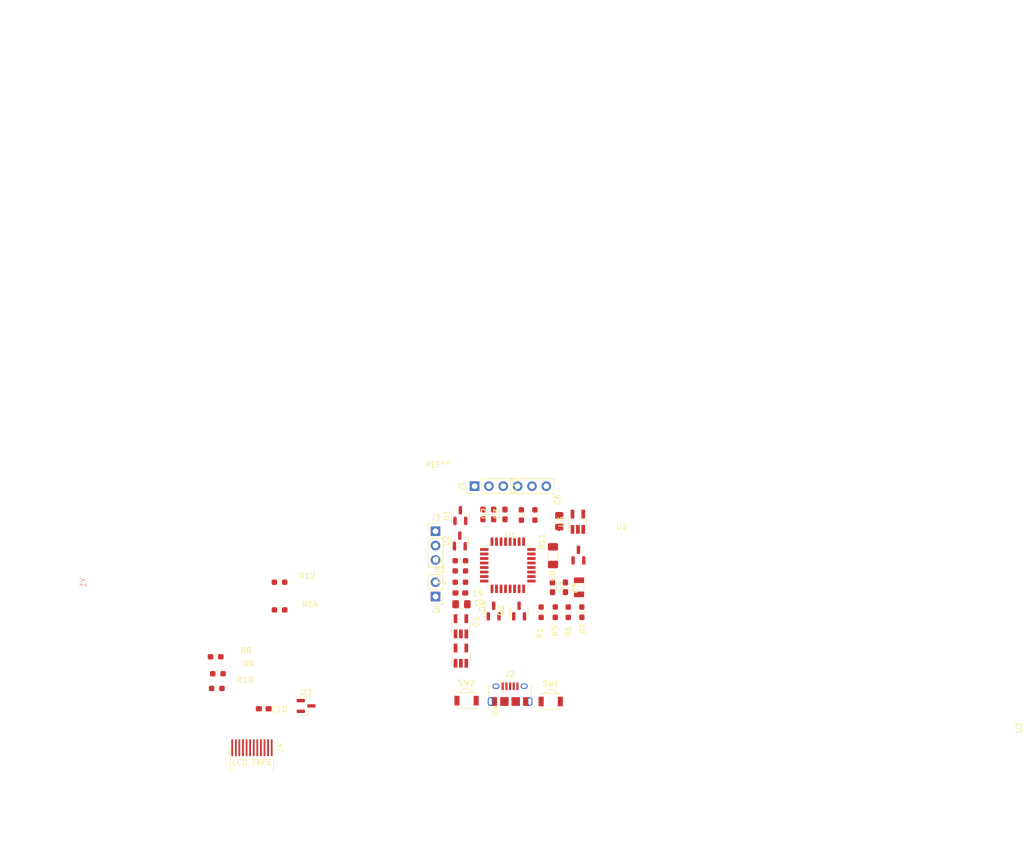
<source format=kicad_pcb>
(kicad_pcb (version 20211014) (generator pcbnew)
  (layers (0 "F.Cu" signal) (31 "B.Cu" signal) (34 "B.Paste" user) (35 "F.Paste" user) (36 "B.SilkS" user "B.Silkscreen") (37 "F.SilkS" user "F.Silkscreen") (38 "B.Mask" user) (39 "F.Mask" user) (44 "Edge.Cuts" user))
  (net 0 "")
  (net 1 "VCC")
  (net 2 "GND")
  (net 3 "/RTC_OSC_OUT")
  (net 4 "/RTC_OSC_IN")
  (net 5 "+BATT")
  (net 6 "+5V")
  (net 7 "/SW_1")
  (net 8 "/SW_2")
  (net 9 "Net-(D1-Pad3)")
  (net 10 "Net-(D2-Pad3)")
  (net 11 "/SWCLK")
  (net 12 "/SWDIO")
  (net 13 "/NRST")
  (net 18 "Net-(J3-Pad1)")
  (net 19 "Net-(J3-Pad3)")
  (net 20 "Net-(J4-Pad2)")
  (net 21 "/LCD_DC")
  (net 22 "/LCD_CS")
  (net 23 "/LCD_SCK")
  (net 24 "/LCD_SDA")
  (net 25 "/LCD_RST")
  (net 26 "Net-(Q1-Pad1)")
  (net 27 "Net-(Q1-Pad3)")
  (net 28 "Net-(Q2-Pad3)")
  (net 29 "Net-(Q3-Pad1)")
  (net 30 "Net-(Q3-Pad3)")
  (net 31 "/A_BAT_EN")
  (net 32 "/A_BAT")
  (net 33 "/LCD_BLK")
  (net 34 "/BAT_CH")
  (net 37 "/UART.TX")
  (net 38 "/UART.RX")
  (net 46 "Net-(R11-Pad1)")
  (footprint "Capacitor_SMD:C_0603_1608Metric_Pad1.08x0.95mm_HandSolder" (layer "F.Cu") (at 161.1 85.3)
    (fp_text reference "C10" (at 2.7 0.1) (layer "F.SilkS"))
    (fp_text value "100nF")
    (fp_line (start -0.146267 0.51) (end 0.146267 0.51) (layer "F.SilkS") (width 0.12))
    (fp_line (start -0.146267 -0.51) (end 0.146267 -0.51) (layer "F.SilkS") (width 0.12))
    (pad "1" smd roundrect (at -0.8625 0) (size 1.075 0.95) (layers "F.Cu" "F.Paste" "F.Mask") (net 8 "/SW_2"))
    (pad "2" smd roundrect (at 0.8625 0) (size 1.075 0.95) (layers "F.Cu" "F.Paste" "F.Mask") (net 2 "GND"))
  )
  (footprint "Resistor_SMD:R_0603_1608Metric_Pad0.98x0.95mm_HandSolder" (layer "F.Cu") (at 195.9 62.9)
    (fp_text reference "R4" (at -3.4 0) (layer "F.SilkS"))
    (fp_text value "10k")
    (fp_line (start -0.254724 -0.5225) (end 0.254724 -0.5225) (layer "F.SilkS") (width 0.12))
    (fp_line (start -0.254724 0.5225) (end 0.254724 0.5225) (layer "F.SilkS") (width 0.12))
    (pad "1" smd roundrect (at -0.9125 0) (size 0.975 0.95) (layers "F.Cu" "F.Paste" "F.Mask") (net 2 "GND"))
    (pad "2" smd roundrect (at 0.9125 0) (size 0.975 0.95) (layers "F.Cu" "F.Paste" "F.Mask") (net 9 "Net-(D1-Pad3)"))
  )
  (footprint "" (layer "F.Cu") (at 216.9 46.3)
    (fp_text reference "" (at 0 0) (layer "F.SilkS") (effects (font (size 1.27 1.27))))
    (fp_text value "" (at 0 0) (layer "F.SilkS") (effects (font (size 1.27 1.27))))
    (pad "" np_thru_hole circle (at 0 0) (size 3.2 3.2) (drill 3.2) (layers F&B.Cu *.Mask))
  )
  (footprint "Capacitor_SMD:C_0603_1608Metric_Pad1.08x0.95mm_HandSolder" (layer "F.Cu") (at 212.2 63.8 -90)
    (fp_text reference "C4" (at -0.2 -1.23 90) (layer "F.SilkS"))
    (fp_text value "20pF")
    (fp_line (start -0.146267 -0.51) (end 0.146267 -0.51) (layer "F.SilkS") (width 0.12))
    (fp_line (start -0.146267 0.51) (end 0.146267 0.51) (layer "F.SilkS") (width 0.12))
    (pad "1" smd roundrect (at -0.8625 0 270) (size 1.075 0.95) (layers "F.Cu" "F.Paste" "F.Mask") (net 3 "/RTC_OSC_OUT"))
    (pad "2" smd roundrect (at 0.8625 0 270) (size 1.075 0.95) (layers "F.Cu" "F.Paste" "F.Mask") (net 2 "GND"))
  )
  (footprint "Connector_USB:USB_Micro-B_Amphenol_10118194_Horizontal" (layer "F.Cu") (at 204.7 82.715)
    (fp_text reference "J2" (at 0 -3.5) (layer "F.SilkS"))
    (fp_text value "USB_B_Micro")
    (fp_line (start 3.76 -1.66) (end 3.34 -1.66) (layer "F.SilkS") (width 0.12))
    (fp_line (start -1.31 -2.34) (end -1.76 -2.34) (layer "F.SilkS") (width 0.12))
    (fp_line (start 3.76 0.32) (end 3.76 -1.66) (layer "F.SilkS") (width 0.12))
    (fp_line (start -1.76 -1.89) (end -1.76 -2.34) (layer "F.SilkS") (width 0.12))
    (fp_line (start -3.76 2.69) (end -3.76 2.29) (layer "F.SilkS") (width 0.12))
    (fp_line (start 3.76 2.29) (end 3.76 2.69) (layer "F.SilkS") (width 0.12))
    (fp_line (start -3.76 0.32) (end -3.76 -1.66) (layer "F.SilkS") (width 0.12))
    (fp_line (start -3.76 -1.66) (end -3.34 -1.66) (layer "F.SilkS") (width 0.12))
    (pad "1" smd rect (at -1.3 -1.4) (size 0.4 1.35) (layers "F.Cu" "F.Paste" "F.Mask") (net 6 "+5V"))
    (pad "2" smd rect (at -0.65 -1.4) (size 0.4 1.35) (layers "F.Cu" "F.Paste" "F.Mask"))
    (pad "3" smd rect (at 0 -1.4) (size 0.4 1.35) (layers "F.Cu" "F.Paste" "F.Mask"))
    (pad "4" smd rect (at 0.65 -1.4) (size 0.4 1.35) (layers "F.Cu" "F.Paste" "F.Mask"))
    (pad "5" smd rect (at 1.3 -1.4) (size 0.4 1.35) (layers "F.Cu" "F.Paste" "F.Mask") (net 2 "GND"))
    (pad "6" thru_hole oval (at -2.5 -1.4) (size 1.25 0.95) (drill oval 0.85 0.55) (layers *.Cu *.Mask) (net 2 "GND"))
    (pad "6" thru_hole oval (at 2.5 -1.4) (size 1.25 0.95) (drill oval 0.85 0.55) (layers *.Cu *.Mask) (net 2 "GND"))
    (pad "6" thru_hole oval (at 3.5 1.3) (size 0.89 1.55) (drill oval 0.5 1.15) (layers *.Cu *.Mask) (net 2 "GND"))
    (pad "6" smd rect (at 2.9 1.3) (size 1.2 1.55) (layers "F.Cu" "F.Paste" "F.Mask") (net 2 "GND"))
    (pad "6" smd rect (at -2.9 1.3) (size 1.2 1.55) (layers "F.Cu" "F.Paste" "F.Mask") (net 2 "GND"))
    (pad "6" thru_hole oval (at -3.5 1.3) (size 0.89 1.55) (drill oval 0.5 1.15) (layers *.Cu *.Mask) (net 2 "GND"))
    (pad "6" smd rect (at 1 1.3) (size 1.5 1.55) (layers "F.Cu" "F.Paste" "F.Mask") (net 2 "GND"))
    (pad "6" smd rect (at -1 1.3) (size 1.5 1.55) (layers "F.Cu" "F.Paste" "F.Mask") (net 2 "GND"))
  )
  (footprint "Connector_PinHeader_2.54mm:PinHeader_1x02_P2.54mm_Vertical" (layer "F.Cu") (at 191.5 65.44 180)
    (fp_text reference "J5" (at 0 -2.33) (layer "F.SilkS"))
    (fp_text value "Conn_01x02_Male")
    (fp_line (start -1.33 1.27) (end 1.33 1.27) (layer "F.SilkS") (width 0.12))
    (fp_line (start -1.33 1.27) (end -1.33 3.87) (layer "F.SilkS") (width 0.12))
    (fp_line (start -1.33 3.87) (end 1.33 3.87) (layer "F.SilkS") (width 0.12))
    (fp_line (start 1.33 1.27) (end 1.33 3.87) (layer "F.SilkS") (width 0.12))
    (fp_line (start -1.33 -1.33) (end 0 -1.33) (layer "F.SilkS") (width 0.12))
    (fp_line (start -1.33 0) (end -1.33 -1.33) (layer "F.SilkS") (width 0.12))
    (pad "1" thru_hole rect (at 0 0 180) (size 1.7 1.7) (drill 1) (layers *.Cu *.Mask) (net 2 "GND"))
    (pad "2" thru_hole oval (at 0 2.54 180) (size 1.7 1.7) (drill 1) (layers *.Cu *.Mask) (net 5 "+BATT"))
  )
  (footprint "Package_TO_SOT_SMD:SOT-23-5_HandSoldering" (layer "F.Cu") (at 216.7 52.2 90)
    (fp_text reference "U5" (at 0 -2.9 90) (layer "F.SilkS"))
    (fp_text value "TP4054-42")
    (fp_line (start 0.9 -1.61) (end -1.55 -1.61) (layer "F.SilkS") (width 0.12))
    (fp_line (start -0.9 1.61) (end 0.9 1.61) (layer "F.SilkS") (width 0.12))
    (pad "1" smd rect (at -1.35 -0.95 90) (size 1.56 0.65) (layers "F.Cu" "F.Paste" "F.Mask") (net 34 "/BAT_CH"))
    (pad "2" smd rect (at -1.35 0 90) (size 1.56 0.65) (layers "F.Cu" "F.Paste" "F.Mask") (net 2 "GND"))
    (pad "3" smd rect (at -1.35 0.95 90) (size 1.56 0.65) (layers "F.Cu" "F.Paste" "F.Mask") (net 5 "+BATT"))
    (pad "4" smd rect (at 1.35 0.95 90) (size 1.56 0.65) (layers "F.Cu" "F.Paste" "F.Mask") (net 6 "+5V"))
    (pad "5" smd rect (at 1.35 -0.95 90) (size 1.56 0.65) (layers "F.Cu" "F.Paste" "F.Mask") (net 46 "Net-(R11-Pad1)"))
  )
  (footprint "" (layer "F.Cu") (at 191.89 83.299)
    (fp_text reference "" (at 0 0) (layer "F.SilkS") (effects (font (size 1.27 1.27))))
    (fp_text value "" (at 0 0) (layer "F.SilkS") (effects (font (size 1.27 1.27))))
    (pad "" np_thru_hole circle (at 0 0) (size 3.2 3.2) (drill 3.2) (layers F&B.Cu *.Mask))
  )
  (footprint "Resistor_SMD:R_0603_1608Metric_Pad0.98x0.95mm_HandSolder" (layer "F.Cu") (at 206.7 51 90)
    (fp_text reference "R13" (at 5.2225 -1.299 90) (layer "F.SilkS"))
    (fp_text value "1k")
    (fp_line (start -0.254724 0.5225) (end 0.254724 0.5225) (layer "F.SilkS") (width 0.12))
    (fp_line (start -0.254724 -0.5225) (end 0.254724 -0.5225) (layer "F.SilkS") (width 0.12))
    (pad "1" smd roundrect (at -0.9125 0 90) (size 0.975 0.95) (layers "F.Cu" "F.Paste" "F.Mask") (net 34 "/BAT_CH"))
    (pad "2" smd roundrect (at 0.9125 0 90) (size 0.975 0.95) (layers "F.Cu" "F.Paste" "F.Mask") (net 1 "VCC"))
  )
  (footprint "Resistor_SMD:R_0603_1608Metric_Pad0.98x0.95mm_HandSolder" (layer "F.Cu") (at 163.9 67.8)
    (fp_text reference "R14" (at 5.41 -0.999) (layer "F.SilkS"))
    (fp_text value "10k")
    (fp_line (start -0.254724 -0.5225) (end 0.254724 -0.5225) (layer "F.SilkS") (width 0.12))
    (fp_line (start -0.254724 0.5225) (end 0.254724 0.5225) (layer "F.SilkS") (width 0.12))
    (pad "1" smd roundrect (at -0.9125 0) (size 0.975 0.95) (layers "F.Cu" "F.Paste" "F.Mask") (net 1 "VCC"))
    (pad "2" smd roundrect (at 0.9125 0) (size 0.975 0.95) (layers "F.Cu" "F.Paste" "F.Mask") (net 8 "/SW_2"))
  )
  (footprint "Resistor_SMD:R_0603_1608Metric_Pad0.98x0.95mm_HandSolder" (layer "F.Cu") (at 163.8875 62.9 180)
    (fp_text reference "R12" (at -4.9225 1.099) (layer "F.SilkS"))
    (fp_text value "10k")
    (fp_line (start -0.254724 0.5225) (end 0.254724 0.5225) (layer "F.SilkS") (width 0.12))
    (fp_line (start -0.254724 -0.5225) (end 0.254724 -0.5225) (layer "F.SilkS") (width 0.12))
    (pad "1" smd roundrect (at -0.9125 0 180) (size 0.975 0.95) (layers "F.Cu" "F.Paste" "F.Mask") (net 1 "VCC"))
    (pad "2" smd roundrect (at 0.9125 0 180) (size 0.975 0.95) (layers "F.Cu" "F.Paste" "F.Mask") (net 7 "/SW_1"))
  )
  (footprint "Capacitor_SMD:C_0603_1608Metric_Pad1.08x0.95mm_HandSolder" (layer "F.Cu") (at 201.8 50.9 90)
    (fp_text reference "C2" (at 0.1375 -1.63 90) (layer "F.SilkS"))
    (fp_text value "100n")
    (fp_line (start -0.146267 -0.51) (end 0.146267 -0.51) (layer "F.SilkS") (width 0.12))
    (fp_line (start -0.146267 0.51) (end 0.146267 0.51) (layer "F.SilkS") (width 0.12))
    (pad "1" smd roundrect (at -0.8625 0 90) (size 1.075 0.95) (layers "F.Cu" "F.Paste" "F.Mask") (net 1 "VCC"))
    (pad "2" smd roundrect (at 0.8625 0 90) (size 1.075 0.95) (layers "F.Cu" "F.Paste" "F.Mask") (net 2 "GND"))
  )
  (footprint "Capacitor_SMD:C_0603_1608Metric_Pad1.08x0.95mm_HandSolder" (layer "F.Cu") (at 214.5 63.8 -90)
    (fp_text reference "C5" (at 0.1 -1.8 90) (layer "F.SilkS"))
    (fp_text value "27pF")
    (fp_line (start -0.146267 -0.51) (end 0.146267 -0.51) (layer "F.SilkS") (width 0.12))
    (fp_line (start -0.146267 0.51) (end 0.146267 0.51) (layer "F.SilkS") (width 0.12))
    (pad "1" smd roundrect (at -0.8625 0 270) (size 1.075 0.95) (layers "F.Cu" "F.Paste" "F.Mask") (net 4 "/RTC_OSC_IN"))
    (pad "2" smd roundrect (at 0.8625 0 270) (size 1.075 0.95) (layers "F.Cu" "F.Paste" "F.Mask") (net 2 "GND"))
  )
  (footprint "Resistor_SMD:R_0603_1608Metric_Pad0.98x0.95mm_HandSolder" (layer "F.Cu") (at 212.7 68.2 -90)
    (fp_text reference "R5" (at 3.3125 0 -270) (layer "F.SilkS"))
    (fp_text value "100k")
    (fp_line (start -0.254724 -0.5225) (end 0.254724 -0.5225) (layer "F.SilkS") (width 0.12))
    (fp_line (start -0.254724 0.5225) (end 0.254724 0.5225) (layer "F.SilkS") (width 0.12))
    (pad "1" smd roundrect (at -0.9125 0 270) (size 0.975 0.95) (layers "F.Cu" "F.Paste" "F.Mask") (net 5 "+BATT"))
    (pad "2" smd roundrect (at 0.9125 0 270) (size 0.975 0.95) (layers "F.Cu" "F.Paste" "F.Mask") (net 27 "Net-(Q1-Pad3)"))
  )
  (footprint "Package_TO_SOT_SMD:SOT-23-5_HandSoldering" (layer "F.Cu") (at 196 75.9 90)
    (fp_text reference "U3" (at -12.8 98.8375 90) (layer "F.SilkS"))
    (fp_text value "74LVC1G125")
    (fp_line (start -0.9 1.61) (end 0.9 1.61) (layer "F.SilkS") (width 0.12))
    (fp_line (start 0.9 -1.61) (end -1.55 -1.61) (layer "F.SilkS") (width 0.12))
    (pad "1" smd rect (at -1.35 -0.95 90) (size 1.56 0.65) (layers "F.Cu" "F.Paste" "F.Mask") (net 2 "GND"))
    (pad "2" smd rect (at -1.35 0 90) (size 1.56 0.65) (layers "F.Cu" "F.Paste" "F.Mask") (net 37 "/UART.TX"))
    (pad "3" smd rect (at -1.35 0.95 90) (size 1.56 0.65) (layers "F.Cu" "F.Paste" "F.Mask") (net 2 "GND"))
    (pad "4" smd rect (at 1.35 0.95 90) (size 1.56 0.65) (layers "F.Cu" "F.Paste" "F.Mask") (net 9 "Net-(D1-Pad3)"))
    (pad "5" smd rect (at 1.35 -0.95 90) (size 1.56 0.65) (layers "F.Cu" "F.Paste" "F.Mask") (net 1 "VCC"))
  )
  (footprint "Connector_PinHeader_2.54mm:PinHeader_1x06_P2.54mm_Vertical" (layer "F.Cu") (at 198.42 45.9 90)
    (fp_text reference "J1" (at 0 -2.33 90) (layer "F.SilkS"))
    (fp_text value "Conn_01x06_Male")
    (fp_line (start -1.33 1.27) (end -1.33 14.03) (layer "F.SilkS") (width 0.12))
    (fp_line (start -1.33 -1.33) (end 0 -1.33) (layer "F.SilkS") (width 0.12))
    (fp_line (start -1.33 14.03) (end 1.33 14.03) (layer "F.SilkS") (width 0.12))
    (fp_line (start -1.33 0) (end -1.33 -1.33) (layer "F.SilkS") (width 0.12))
    (fp_line (start -1.33 1.27) (end 1.33 1.27) (layer "F.SilkS") (width 0.12))
    (fp_line (start 1.33 1.27) (end 1.33 14.03) (layer "F.SilkS") (width 0.12))
    (pad "1" thru_hole rect (at 0 0 90) (size 1.7 1.7) (drill 1) (layers *.Cu *.Mask) (net 1 "VCC"))
    (pad "2" thru_hole oval (at 0 2.54 90) (size 1.7 1.7) (drill 1) (layers *.Cu *.Mask) (net 11 "/SWCLK"))
    (pad "3" thru_hole oval (at 0 5.08 90) (size 1.7 1.7) (drill 1) (layers *.Cu *.Mask) (net 2 "GND"))
    (pad "4" thru_hole oval (at 0 7.62 90) (size 1.7 1.7) (drill 1) (layers *.Cu *.Mask) (net 12 "/SWDIO"))
    (pad "5" thru_hole oval (at 0 10.16 90) (size 1.7 1.7) (drill 1) (layers *.Cu *.Mask) (net 13 "/NRST"))
    (pad "6" thru_hole oval (at 0 12.7 90) (size 1.7 1.7) (drill 1) (layers *.Cu *.Mask))
  )
  (footprint "Capacitor_SMD:C_0805_2012Metric_Pad1.18x1.45mm_HandSolder" (layer "F.Cu") (at 196.1 66.8)
    (fp_text reference "C7" (at 3.2375 -0.2) (layer "F.SilkS"))
    (fp_text value "1u")
    (fp_line (start -0.261252 -0.735) (end 0.261252 -0.735) (layer "F.SilkS") (width 0.12))
    (fp_line (start -0.261252 0.735) (end 0.261252 0.735) (layer "F.SilkS") (width 0.12))
    (pad "1" smd roundrect (at -1.0375 0) (size 1.175 1.45) (layers "F.Cu" "F.Paste" "F.Mask") (roundrect_rratio 0.212766) (net 1 "VCC"))
    (pad "2" smd roundrect (at 1.0375 0) (size 1.175 1.45) (layers "F.Cu" "F.Paste" "F.Mask") (roundrect_rratio 0.212766) (net 2 "GND"))
  )
  (footprint "Resistor_SMD:R_0603_1608Metric_Pad0.98x0.95mm_HandSolder" (layer "F.Cu") (at 209.1 51 -90)
    (fp_text reference "R11" (at 4.7225 -1.199 90) (layer "F.SilkS"))
    (fp_text value "1k")
    (fp_line (start -0.254724 -0.5225) (end 0.254724 -0.5225) (layer "F.SilkS") (width 0.12))
    (fp_line (start -0.254724 0.5225) (end 0.254724 0.5225) (layer "F.SilkS") (width 0.12))
    (pad "1" smd roundrect (at -0.9125 0 270) (size 0.975 0.95) (layers "F.Cu" "F.Paste" "F.Mask") (net 46 "Net-(R11-Pad1)"))
    (pad "2" smd roundrect (at 0.9125 0 270) (size 0.975 0.95) (layers "F.Cu" "F.Paste" "F.Mask") (net 2 "GND"))
  )
  (footprint "Capacitor_SMD:C_0603_1608Metric_Pad1.08x0.95mm_HandSolder" (layer "F.Cu") (at 199.9 50.9 90)
    (fp_text reference "C1" (at -19 -1.23 90) (layer "F.SilkS"))
    (fp_text value "100n")
    (fp_line (start -0.146267 -0.51) (end 0.146267 -0.51) (layer "F.SilkS") (width 0.12))
    (fp_line (start -0.146267 0.51) (end 0.146267 0.51) (layer "F.SilkS") (width 0.12))
    (pad "1" smd roundrect (at -0.8625 0 90) (size 1.075 0.95) (layers "F.Cu" "F.Paste" "F.Mask") (net 1 "VCC"))
    (pad "2" smd roundrect (at 0.8625 0 90) (size 1.075 0.95) (layers "F.Cu" "F.Paste" "F.Mask") (net 2 "GND"))
  )
  (footprint "Package_TO_SOT_SMD:SOT-23" (layer "F.Cu") (at 201.8 68 90)
    (fp_text reference "Q1" (at 0.85 -1.95 90) (layer "F.SilkS"))
    (fp_text value "IRLML2060")
    (fp_line (start 0 -1.56) (end 0.65 -1.56) (layer "F.SilkS") (width 0.12))
    (fp_line (start 0 -1.56) (end -1.675 -1.56) (layer "F.SilkS") (width 0.12))
    (fp_line (start 0 1.56) (end -0.65 1.56) (layer "F.SilkS") (width 0.12))
    (fp_line (start 0 1.56) (end 0.65 1.56) (layer "F.SilkS") (width 0.12))
    (pad "1" smd roundrect (at -0.9375 -0.95 90) (size 1.475 0.6) (layers "F.Cu" "F.Paste" "F.Mask") (net 26 "Net-(Q1-Pad1)"))
    (pad "2" smd roundrect (at -0.9375 0.95 90) (size 1.475 0.6) (layers "F.Cu" "F.Paste" "F.Mask") (net 2 "GND"))
    (pad "3" smd roundrect (at 0.9375 0 90) (size 1.475 0.6) (layers "F.Cu" "F.Paste" "F.Mask") (net 27 "Net-(Q1-Pad3)"))
  )
  (footprint "Resistor_SMD:R_0603_1608Metric_Pad0.98x0.95mm_HandSolder" (layer "F.Cu") (at 217.4 68.2 90)
    (fp_text reference "R7" (at -3 0.2 90) (layer "F.SilkS"))
    (fp_text value "10k")
    (fp_line (start -0.254724 -0.5225) (end 0.254724 -0.5225) (layer "F.SilkS") (width 0.12))
    (fp_line (start -0.254724 0.5225) (end 0.254724 0.5225) (layer "F.SilkS") (width 0.12))
    (pad "1" smd roundrect (at -0.9125 0 90) (size 0.975 0.95) (layers "F.Cu" "F.Paste" "F.Mask") (net 32 "/A_BAT"))
    (pad "2" smd roundrect (at 0.9125 0 90) (size 0.975 0.95) (layers "F.Cu" "F.Paste" "F.Mask") (net 2 "GND"))
  )
  (footprint "Resistor_SMD:R_0603_1608Metric_Pad0.98x0.95mm_HandSolder" (layer "F.Cu") (at 152.9875 79.1)
    (fp_text reference "R9" (at 5.51 -1.699) (layer "F.SilkS"))
    (fp_text value "10k")
    (fp_line (start -0.254724 -0.5225) (end 0.254724 -0.5225) (layer "F.SilkS") (width 0.12))
    (fp_line (start -0.254724 0.5225) (end 0.254724 0.5225) (layer "F.SilkS") (width 0.12))
    (pad "1" smd roundrect (at -0.9125 0) (size 0.975 0.95) (layers "F.Cu" "F.Paste" "F.Mask") (net 1 "VCC"))
    (pad "2" smd roundrect (at 0.9125 0) (size 0.975 0.95) (layers "F.Cu" "F.Paste" "F.Mask") (net 29 "Net-(Q3-Pad1)"))
  )
  (footprint "Connector:Flex_Tape_12x0.635" (layer "F.Cu") (at 159 92.2 90)
    (fp_text reference "J4" (at 0 5 90 unlocked) (layer "F.SilkS"))
    (fp_text value "Conn_01x12")
    (fp_text user "LCD TAPE" (at -2.6 0 unlocked) (layer "F.SilkS"))
    (fp_line (start 0 3.8) (end -4.2 3.8) (layer "F.SilkS") (width 0.12))
    (fp_line (start 0 -3.8) (end -4.2 -3.8) (layer "F.SilkS") (width 0.12))
    (pad "1" smd roundrect (at 0 -3.485 90) (size 3 0.315) (layers "F.Cu" "F.Paste" "F.Mask") (net 2 "GND"))
    (pad "2" smd roundrect (at 0 -2.85 90) (size 3 0.315) (layers "F.Cu" "F.Paste" "F.Mask") (net 20 "Net-(J4-Pad2)"))
    (pad "3" smd roundrect (at 0 -2.215 90) (size 3 0.315) (layers "F.Cu" "F.Paste" "F.Mask") (net 1 "VCC"))
    (pad "4" smd roundrect (at 0 -1.58 90) (size 3 0.315) (layers "F.Cu" "F.Paste" "F.Mask") (net 1 "VCC"))
    (pad "5" smd roundrect (at 0 -0.945 90) (size 3 0.315) (layers "F.Cu" "F.Paste" "F.Mask") (net 2 "GND"))
    (pad "6" smd roundrect (at 0 -0.31 90) (size 3 0.315) (layers "F.Cu" "F.Paste" "F.Mask") (net 2 "GND"))
    (pad "7" smd roundrect (at 0 0.325 90) (size 3 0.315) (layers "F.Cu" "F.Paste" "F.Mask") (net 21 "/LCD_DC"))
    (pad "8" smd roundrect (at 0 0.96 90) (size 3 0.315) (layers "F.Cu" "F.Paste" "F.Mask") (net 22 "/LCD_CS"))
    (pad "9" smd roundrect (at 0 1.595 90) (size 3 0.315) (layers "F.Cu" "F.Paste" "F.Mask") (net 23 "/LCD_SCK"))
    (pad "10" smd roundrect (at 0 2.23 90) (size 3 0.315) (layers "F.Cu" "F.Paste" "F.Mask") (net 24 "/LCD_SDA"))
    (pad "11" smd roundrect (at 0 2.865 90) (size 3 0.315) (layers "F.Cu" "F.Paste" "F.Mask") (net 25 "/LCD_RST"))
    (pad "12" smd roundrect (at 0 3.5 90) (size 3 0.315) (layers "F.Cu" "F.Paste" "F.Mask") (net 2 "GND"))
  )
  (footprint "Button_Switch_SMD:SW_SPST_B3U-3000P-B" (layer "F.Cu") (at 197 83.865)
    (fp_text reference "SW2" (at 0 -3.1) (layer "F.SilkS"))
    (fp_text value "SW_Push")
    (fp_line (start -0.5 -2.1) (end -1 -1.72) (layer "F.SilkS") (width 0.12))
    (fp_line (start -1.65 1.1) (end -1.65 1.4) (layer "F.SilkS") (width 0.12))
    (fp_line (start -1.65 -1.4) (end 1.65 -1.4) (layer "F.SilkS") (width 0.12))
    (fp_line (start -1.65 -1.1) (end -1.65 -1.4) (layer "F.SilkS") (width 0.12))
    (fp_line (start -1.65 1.4) (end 1.65 1.4) (layer "F.SilkS") (width 0.12))
    (fp_line (start -1 -1.72) (end -1 -1.4) (layer "F.SilkS") (width 0.12))
    (fp_line (start -0.5 -2.1) (end 0.5 -2.1) (layer "F.SilkS") (width 0.12))
    (fp_line (start 1.65 -1.4) (end 1.65 -1.1) (layer "F.SilkS") (width 0.12))
    (fp_line (start 1 -1.72) (end 1 -1.4) (layer "F.SilkS") (width 0.12))
    (fp_line (start 0.5 -2.1) (end 1 -1.72) (layer "F.SilkS") (width 0.12))
    (fp_line (start 1.65 1.4) (end 1.65 1.1) (layer "F.SilkS") (width 0.12))
    (pad "" np_thru_hole circle (at 0 0) (size 0.8 0.8) (drill 0.8) (layers *.Cu *.Mask))
    (pad "1" smd rect (at -1.7 0) (size 0.9 1.7) (layers "F.Cu" "F.Paste" "F.Mask") (net 2 "GND"))
    (pad "2" smd rect (at 1.7 0) (size 0.9 1.7) (layers "F.Cu" "F.Paste" "F.Mask") (net 8 "/SW_2"))
  )
  (footprint "Package_QFP:LQFP-32_7x7mm_P0.8mm" (layer "F.Cu") (at 204.3 59.9)
    (fp_text reference "U1" (at 0.51 -5.294932) (layer "F.SilkS"))
    (fp_text value "STM32L051K6Tx")
    (fp_line (start -3.31 -3.61) (end -3.61 -3.61) (layer "F.SilkS") (width 0.12))
    (fp_line (start 3.31 -3.61) (end 3.61 -3.61) (layer "F.SilkS") (width 0.12))
    (fp_line (start -3.31 3.61) (end -3.61 3.61) (layer "F.SilkS") (width 0.12))
    (fp_line (start 3.31 3.61) (end 3.61 3.61) (layer "F.SilkS") (width 0.12))
    (fp_line (start 3.61 3.61) (end 3.61 3.31) (layer "F.SilkS") (width 0.12))
    (fp_line (start 3.61 -3.61) (end 3.61 -3.31) (layer "F.SilkS") (width 0.12))
    (fp_line (start -3.61 -3.31) (end -4.925 -3.31) (layer "F.SilkS") (width 0.12))
    (fp_line (start -3.61 -3.61) (end -3.61 -3.31) (layer "F.SilkS") (width 0.12))
    (fp_line (start -3.61 3.61) (end -3.61 3.31) (layer "F.SilkS") (width 0.12))
    (pad "1" smd roundrect (at -4.175 -2.8) (size 1.5 0.5) (layers "F.Cu" "F.Paste" "F.Mask") (net 1 "VCC"))
    (pad "2" smd roundrect (at -4.175 -2) (size 1.5 0.5) (layers "F.Cu" "F.Paste" "F.Mask") (net 4 "/RTC_OSC_IN"))
    (pad "3" smd roundrect (at -4.175 -1.2) (size 1.5 0.5) (layers "F.Cu" "F.Paste" "F.Mask") (net 3 "/RTC_OSC_OUT"))
    (pad "4" smd roundrect (at -4.175 -0.4) (size 1.5 0.5) (layers "F.Cu" "F.Paste" "F.Mask") (net 13 "/NRST"))
    (pad "5" smd roundrect (at -4.175 0.4) (size 1.5 0.5) (layers "F.Cu" "F.Paste" "F.Mask") (net 1 "VCC"))
    (pad "6" smd roundrect (at -4.175 1.2) (size 1.5 0.5) (layers "F.Cu" "F.Paste" "F.Mask") (net 32 "/A_BAT"))
    (pad "7" smd roundrect (at -4.175 2) (size 1.5 0.5) (layers "F.Cu" "F.Paste" "F.Mask") (net 34 "/BAT_CH"))
    (pad "8" smd roundrect (at -4.175 2.8) (size 1.5 0.5) (layers "F.Cu" "F.Paste" "F.Mask") (net 31 "/A_BAT_EN"))
    (pad "9" smd roundrect (at -2.8 4.175) (size 0.5 1.5) (layers "F.Cu" "F.Paste" "F.Mask"))
    (pad "10" smd roundrect (at -2 4.175) (size 0.5 1.5) (layers "F.Cu" "F.Paste" "F.Mask") (net 21 "/LCD_DC"))
    (pad "11" smd roundrect (at -1.2 4.175) (size 0.5 1.5) (layers "F.Cu" "F.Paste" "F.Mask") (net 23 "/LCD_SCK"))
    (pad "12" smd roundrect (at -0.4 4.175) (size 0.5 1.5) (layers "F.Cu" "F.Paste" "F.Mask") (net 33 "/LCD_BLK"))
    (pad "13" smd roundrect (at 0.4 4.175) (size 0.5 1.5) (layers "F.Cu" "F.Paste" "F.Mask") (net 24 "/LCD_SDA"))
    (pad "14" smd roundrect (at 1.2 4.175) (size 0.5 1.5) (layers "F.Cu" "F.Paste" "F.Mask") (net 22 "/LCD_CS"))
    (pad "15" smd roundrect (at 2 4.175) (size 0.5 1.5) (layers "F.Cu" "F.Paste" "F.Mask") (net 25 "/LCD_RST"))
    (pad "16" smd roundrect (at 2.8 4.175) (size 0.5 1.5) (layers "F.Cu" "F.Paste" "F.Mask") (net 2 "GND"))
    (pad "17" smd roundrect (at 4.175 2.8) (size 1.5 0.5) (layers "F.Cu" "F.Paste" "F.Mask") (net 1 "VCC"))
    (pad "18" smd roundrect (at 4.175 2) (size 1.5 0.5) (layers "F.Cu" "F.Paste" "F.Mask"))
    (pad "19" smd roundrect (at 4.175 1.2) (size 1.5 0.5) (layers "F.Cu" "F.Paste" "F.Mask") (net 37 "/UART.TX"))
    (pad "20" smd roundrect (at 4.175 0.4) (size 1.5 0.5) (layers "F.Cu" "F.Paste" "F.Mask") (net 38 "/UART.RX"))
    (pad "21" smd roundrect (at 4.175 -0.4) (size 1.5 0.5) (layers "F.Cu" "F.Paste" "F.Mask"))
    (pad "22" smd roundrect (at 4.175 -1.2) (size 1.5 0.5) (layers "F.Cu" "F.Paste" "F.Mask"))
    (pad "23" smd roundrect (at 4.175 -2) (size 1.5 0.5) (layers "F.Cu" "F.Paste" "F.Mask") (net 12 "/SWDIO"))
    (pad "24" smd roundrect (at 4.175 -2.8) (size 1.5 0.5) (layers "F.Cu" "F.Paste" "F.Mask") (net 11 "/SWCLK"))
    (pad "25" smd roundrect (at 2.8 -4.175) (size 0.5 1.5) (layers "F.Cu" "F.Paste" "F.Mask") (net 8 "/SW_2"))
    (pad "26" smd roundrect (at 2 -4.175) (size 0.5 1.5) (layers "F.Cu" "F.Paste" "F.Mask") (net 7 "/SW_1"))
    (pad "27" smd roundrect (at 1.2 -4.175) (size 0.5 1.5) (layers "F.Cu" "F.Paste" "F.Mask"))
    (pad "28" smd roundrect (at 0.4 -4.175) (size 0.5 1.5) (layers "F.Cu" "F.Paste" "F.Mask"))
    (pad "29" smd roundrect (at -0.4 -4.175) (size 0.5 1.5) (layers "F.Cu" "F.Paste" "F.Mask"))
    (pad "30" smd roundrect (at -1.2 -4.175) (size 0.5 1.5) (layers "F.Cu" "F.Paste" "F.Mask"))
    (pad "31" smd roundrect (at -2 -4.175) (size 0.5 1.5) (layers "F.Cu" "F.Paste" "F.Mask"))
    (pad "32" smd roundrect (at -2.8 -4.175) (size 0.5 1.5) (layers "F.Cu" "F.Paste" "F.Mask") (net 2 "GND"))
  )
  (footprint "Capacitor_SMD:C_0603_1608Metric_Pad1.08x0.95mm_HandSolder" (layer "F.Cu") (at 195.9 64.8 180)
    (fp_text reference "C9" (at -3.1 -0.1) (layer "F.SilkS"))
    (fp_text value "100nF")
    (fp_line (start -0.146267 0.51) (end 0.146267 0.51) (layer "F.SilkS") (width 0.12))
    (fp_line (start -0.146267 -0.51) (end 0.146267 -0.51) (layer "F.SilkS") (width 0.12))
    (pad "1" smd roundrect (at -0.8625 0 180) (size 1.075 0.95) (layers "F.Cu" "F.Paste" "F.Mask") (net 7 "/SW_1"))
    (pad "2" smd roundrect (at 0.8625 0 180) (size 1.075 0.95) (layers "F.Cu" "F.Paste" "F.Mask") (net 2 "GND"))
  )
  (footprint "Package_TO_SOT_SMD:SOT-23" (layer "F.Cu") (at 195.9 51.1 90)
    (fp_text reference "D1" (at 0 -2.4 90) (layer "F.SilkS"))
    (fp_text value "BAT54S")
    (fp_line (start 0 1.56) (end -0.65 1.56) (layer "F.SilkS") (width 0.12))
    (fp_line (start 0 -1.56) (end 0.65 -1.56) (layer "F.SilkS") (width 0.12))
    (fp_line (start 0 -1.56) (end -1.675 -1.56) (layer "F.SilkS") (width 0.12))
    (fp_line (start 0 1.56) (end 0.65 1.56) (layer "F.SilkS") (width 0.12))
    (pad "1" smd roundrect (at -0.9375 -0.95 90) (size 1.475 0.6) (layers "F.Cu" "F.Paste" "F.Mask") (net 2 "GND"))
    (pad "2" smd roundrect (at -0.9375 0.95 90) (size 1.475 0.6) (layers "F.Cu" "F.Paste" "F.Mask") (net 1 "VCC"))
    (pad "3" smd roundrect (at 0.9375 0 90) (size 1.475 0.6) (layers "F.Cu" "F.Paste" "F.Mask") (net 9 "Net-(D1-Pad3)"))
  )
  (footprint "Resistor_SMD:R_0603_1608Metric_Pad0.98x0.95mm_HandSolder" (layer "F.Cu") (at 152.7875 81.7)
    (fp_text reference "R10" (at 5.01 -1.499) (layer "F.SilkS"))
    (fp_text value "10R")
    (fp_line (start -0.254724 -0.5225) (end 0.254724 -0.5225) (layer "F.SilkS") (width 0.12))
    (fp_line (start -0.254724 0.5225) (end 0.254724 0.5225) (layer "F.SilkS") (width 0.12))
    (pad "1" smd roundrect (at -0.9125 0) (size 0.975 0.95) (layers "F.Cu" "F.Paste" "F.Mask") (net 30 "Net-(Q3-Pad3)"))
    (pad "2" smd roundrect (at 0.9125 0) (size 0.975 0.95) (layers "F.Cu" "F.Paste" "F.Mask") (net 20 "Net-(J4-Pad2)"))
  )
  (footprint "Package_TO_SOT_SMD:SOT-23" (layer "F.Cu") (at 195.8 55.6 90)
    (fp_text reference "D2" (at 0 -2.4 90) (layer "F.SilkS"))
    (fp_text value "BAT54S")
    (fp_line (start 0 -1.56) (end -1.675 -1.56) (layer "F.SilkS") (width 0.12))
    (fp_line (start 0 -1.56) (end 0.65 -1.56) (layer "F.SilkS") (width 0.12))
    (fp_line (start 0 1.56) (end -0.65 1.56) (layer "F.SilkS") (width 0.12))
    (fp_line (start 0 1.56) (end 0.65 1.56) (layer "F.SilkS") (width 0.12))
    (pad "1" smd roundrect (at -0.9375 -0.95 90) (size 1.475 0.6) (layers "F.Cu" "F.Paste" "F.Mask") (net 2 "GND"))
    (pad "2" smd roundrect (at -0.9375 0.95 90) (size 1.475 0.6) (layers "F.Cu" "F.Paste" "F.Mask") (net 1 "VCC"))
    (pad "3" smd roundrect (at 0.9375 0 90) (size 1.475 0.6) (layers "F.Cu" "F.Paste" "F.Mask") (net 10 "Net-(D2-Pad3)"))
  )
  (footprint "" (layer "F.Cu") (at 216.89 83.299)
    (fp_text reference "" (at 0 0) (layer "F.SilkS") (effects (font (size 1.27 1.27))))
    (fp_text value "" (at 0 0) (layer "F.SilkS") (effects (font (size 1.27 1.27))))
    (pad "" np_thru_hole circle (at 0 0) (size 3.2 3.2) (drill 3.2) (layers F&B.Cu *.Mask))
  )
  (footprint "Button_Switch_SMD:SW_SPST_B3U-3000P-B" (layer "F.Cu") (at 211.9 84.015)
    (fp_text reference "SW1" (at 0 -3.1) (layer "F.SilkS"))
    (fp_text value "SW_Push")
    (fp_line (start -1 -1.72) (end -1 -1.4) (layer "F.SilkS") (width 0.12))
    (fp_line (start 0.5 -2.1) (end 1 -1.72) (layer "F.SilkS") (width 0.12))
    (fp_line (start -1.65 1.1) (end -1.65 1.4) (layer "F.SilkS") (width 0.12))
    (fp_line (start -0.5 -2.1) (end 0.5 -2.1) (layer "F.SilkS") (width 0.12))
    (fp_line (start 1.65 1.4) (end 1.65 1.1) (layer "F.SilkS") (width 0.12))
    (fp_line (start 1.65 -1.4) (end 1.65 -1.1) (layer "F.SilkS") (width 0.12))
    (fp_line (start -1.65 -1.1) (end -1.65 -1.4) (layer "F.SilkS") (width 0.12))
    (fp_line (start -0.5 -2.1) (end -1 -1.72) (layer "F.SilkS") (width 0.12))
    (fp_line (start -1.65 1.4) (end 1.65 1.4) (layer "F.SilkS") (width 0.12))
    (fp_line (start -1.65 -1.4) (end 1.65 -1.4) (layer "F.SilkS") (width 0.12))
    (fp_line (start 1 -1.72) (end 1 -1.4) (layer "F.SilkS") (width 0.12))
    (pad "" np_thru_hole circle (at 0 0) (size 0.8 0.8) (drill 0.8) (layers *.Cu *.Mask))
    (pad "1" smd rect (at -1.7 0) (size 0.9 1.7) (layers "F.Cu" "F.Paste" "F.Mask") (net 2 "GND"))
    (pad "2" smd rect (at 1.7 0) (size 0.9 1.7) (layers "F.Cu" "F.Paste" "F.Mask") (net 7 "/SW_1"))
  )
  (footprint "Resistor_SMD:R_0603_1608Metric_Pad0.98x0.95mm_HandSolder" (layer "F.Cu") (at 215 68.2125 90)
    (fp_text reference "R6" (at -3.4 0 90) (layer "F.SilkS"))
    (fp_text value "100k")
    (fp_line (start -0.254724 -0.5225) (end 0.254724 -0.5225) (layer "F.SilkS") (width 0.12))
    (fp_line (start -0.254724 0.5225) (end 0.254724 0.5225) (layer "F.SilkS") (width 0.12))
    (pad "1" smd roundrect (at -0.9125 0 90) (size 0.975 0.95) (layers "F.Cu" "F.Paste" "F.Mask") (net 28 "Net-(Q2-Pad3)"))
    (pad "2" smd roundrect (at 0.9125 0 90) (size 0.975 0.95) (layers "F.Cu" "F.Paste" "F.Mask") (net 32 "/A_BAT"))
  )
  (footprint "Package_TO_SOT_SMD:SOT-23-5_HandSoldering" (layer "F.Cu") (at 196 70.7 90)
    (fp_text reference "U4" (at -14.9625 6.15 90) (layer "F.SilkS"))
    (fp_text value "74LVC1G125")
    (fp_line (start 0.9 -1.61) (end -1.55 -1.61) (layer "F.SilkS") (width 0.12))
    (fp_line (start -0.9 1.61) (end 0.9 1.61) (layer "F.SilkS") (width 0.12))
    (pad "1" smd rect (at -1.35 -0.95 90) (size 1.56 0.65) (layers "F.Cu" "F.Paste" "F.Mask") (net 2 "GND"))
    (pad "2" smd rect (at -1.35 0 90) (size 1.56 0.65) (layers "F.Cu" "F.Paste" "F.Mask") (net 10 "Net-(D2-Pad3)"))
    (pad "3" smd rect (at -1.35 0.95 90) (size 1.56 0.65) (layers "F.Cu" "F.Paste" "F.Mask") (net 2 "GND"))
    (pad "4" smd rect (at 1.35 0.95 90) (size 1.56 0.65) (layers "F.Cu" "F.Paste" "F.Mask") (net 38 "/UART.RX"))
    (pad "5" smd rect (at 1.35 -0.95 90) (size 1.56 0.65) (layers "F.Cu" "F.Paste" "F.Mask") (net 1 "VCC"))
  )
  (footprint "Crystal:Crystal_SMD_3215-2Pin_3.2x1.5mm" (layer "F.Cu") (at 216.9 63.8 90)
    (fp_text reference "Y1" (at 0.8375 -87.779906 90) (layer "B.SilkS") (effects (justify mirror)))
    (fp_text value "Crystal_GND24")
    (fp_line (start -0.675 0.875) (end 0.675 0.875) (layer "F.SilkS") (width 0.12))
    (fp_line (start -0.675 -0.875) (end 0.675 -0.875) (layer "F.SilkS") (width 0.12))
    (pad "1" smd rect (at 1.25 0 90) (size 1 1.8) (layers "F.Cu" "F.Paste" "F.Mask") (net 3 "/RTC_OSC_OUT"))
    (pad "2" smd rect (at -1.25 0 90) (size 1 1.8) (layers "F.Cu" "F.Paste" "F.Mask") (net 2 "GND"))
  )
  (footprint "Package_TO_SOT_SMD:SOT-23" (layer "F.Cu") (at 216.8 58.1 90)
    (fp_text reference "U2" (at 5 7.7 180) (layer "F.SilkS"))
    (fp_text value "AP2127N-3.3")
    (fp_line (start 0 1.56) (end -0.65 1.56) (layer "F.SilkS") (width 0.12))
    (fp_line (start 0 -1.56) (end 0.65 -1.56) (layer "F.SilkS") (width 0.12))
    (fp_line (start 0 1.56) (end 0.65 1.56) (layer "F.SilkS") (width 0.12))
    (fp_line (start 0 -1.56) (end -1.675 -1.56) (layer "F.SilkS") (width 0.12))
    (pad "1" smd roundrect (at -0.9375 -0.95 90) (size 1.475 0.6) (layers "F.Cu" "F.Paste" "F.Mask") (net 2 "GND"))
    (pad "2" smd roundrect (at -0.9375 0.95 90) (size 1.475 0.6) (layers "F.Cu" "F.Paste" "F.Mask") (net 1 "VCC"))
    (pad "3" smd roundrect (at 0.9375 0 90) (size 1.475 0.6) (layers "F.Cu" "F.Paste" "F.Mask") (net 5 "+BATT"))
  )
  (footprint "Connector_PinHeader_2.54mm:PinHeader_1x03_P2.54mm_Vertical" (layer "F.Cu") (at 191.5 53.875)
    (fp_text reference "J3" (at 0 -2.33) (layer "F.SilkS"))
    (fp_text value "Conn_01x03_Male")
    (fp_line (start -1.33 0) (end -1.33 -1.33) (layer "F.SilkS") (width 0.12))
    (fp_line (start -1.33 1.27) (end -1.33 6.41) (layer "F.SilkS") (width 0.12))
    (fp_line (start -1.33 -1.33) (end 0 -1.33) (layer "F.SilkS") (width 0.12))
    (fp_line (start 1.33 1.27) (end 1.33 6.41) (layer "F.SilkS") (width 0.12))
    (fp_line (start -1.33 1.27) (end 1.33 1.27) (layer "F.SilkS") (width 0.12))
    (fp_line (start -1.33 6.41) (end 1.33 6.41) (layer "F.SilkS") (width 0.12))
    (pad "1" thru_hole rect (at 0 0) (size 1.7 1.7) (drill 1) (layers *.Cu *.Mask) (net 18 "Net-(J3-Pad1)"))
    (pad "2" thru_hole oval (at 0 2.54) (size 1.7 1.7) (drill 1) (layers *.Cu *.Mask) (net 2 "GND"))
    (pad "3" thru_hole oval (at 0 5.08) (size 1.7 1.7) (drill 1) (layers *.Cu *.Mask) (net 19 "Net-(J3-Pad3)"))
  )
  (footprint "Capacitor_SMD:C_1206_3216Metric_Pad1.33x1.80mm_HandSolder" (layer "F.Cu") (at 212.3 58.2 -90)
    (fp_text reference "C8" (at 3.6 0.1 90) (layer "F.SilkS"))
    (fp_text value "1u")
    (fp_line (start -0.711252 0.91) (end 0.711252 0.91) (layer "F.SilkS") (width 0.12))
    (fp_line (start -0.711252 -0.91) (end 0.711252 -0.91) (layer "F.SilkS") (width 0.12))
    (pad "1" smd roundrect (at -1.5625 0 270) (size 1.325 1.8) (layers "F.Cu" "F.Paste" "F.Mask") (roundrect_rratio 0.188679) (net 6 "+5V"))
    (pad "2" smd roundrect (at 1.5625 0 270) (size 1.325 1.8) (layers "F.Cu" "F.Paste" "F.Mask") (roundrect_rratio 0.188679) (net 2 "GND"))
  )
  (footprint "MountingHole:MountingHole_3.2mm_M3" (layer "F.Cu") (at 191.89 46.299)
    (fp_text reference "REF**" (at 0 -4.2) (layer "F.SilkS"))
    (fp_text value "MountingHole_3.2mm_M3")
    (pad "" np_thru_hole circle (at 0 0) (size 3.2 3.2) (drill 3.2) (layers *.Cu *.Mask))
  )
  (footprint "Capacitor_SMD:C_0805_2012Metric_Pad1.18x1.45mm_HandSolder" (layer "F.Cu") (at 213.4 52.1 90)
    (fp_text reference "C6" (at 3.8 -0.3 90) (layer "F.SilkS"))
    (fp_text value "1u")
    (fp_line (start -0.261252 0.735) (end 0.261252 0.735) (layer "F.SilkS") (width 0.12))
    (fp_line (start -0.261252 -0.735) (end 0.261252 -0.735) (layer "F.SilkS") (width 0.12))
    (pad "1" smd roundrect (at -1.0375 0 90) (size 1.175 1.45) (layers "F.Cu" "F.Paste" "F.Mask") (roundrect_rratio 0.212766) (net 5 "+BATT"))
    (pad "2" smd roundrect (at 1.0375 0 90) (size 1.175 1.45) (layers "F.Cu" "F.Paste" "F.Mask") (roundrect_rratio 0.212766) (net 2 "GND"))
  )
  (footprint "Package_TO_SOT_SMD:SOT-23" (layer "F.Cu") (at 206.3 68 90)
    (fp_text reference "Q2" (at 0.1375 -3.2125 90) (layer "F.SilkS"))
    (fp_text value "IRLML6402")
    (fp_line (start 0 1.56) (end 0.65 1.56) (layer "F.SilkS") (width 0.12))
    (fp_line (start 0 -1.56) (end -1.675 -1.56) (layer "F.SilkS") (width 0.12))
    (fp_line (start 0 -1.56) (end 0.65 -1.56) (layer "F.SilkS") (width 0.12))
    (fp_line (start 0 1.56) (end -0.65 1.56) (layer "F.SilkS") (width 0.12))
    (pad "1" smd roundrect (at -0.9375 -0.95 90) (size 1.475 0.6) (layers "F.Cu" "F.Paste" "F.Mask") (net 27 "Net-(Q1-Pad3)"))
    (pad "2" smd roundrect (at -0.9375 0.95 90) (size 1.475 0.6) (layers "F.Cu" "F.Paste" "F.Mask") (net 5 "+BATT"))
    (pad "3" smd roundrect (at 0.9375 0 90) (size 1.475 0.6) (layers "F.Cu" "F.Paste" "F.Mask") (net 28 "Net-(Q2-Pad3)"))
  )
  (footprint "Capacitor_SMD:C_0603_1608Metric_Pad1.08x0.95mm_HandSolder" (layer "F.Cu") (at 203.8 50.9 90)
    (fp_text reference "C3" (at 0.1 -1.43 90) (layer "F.SilkS"))
    (fp_text value "100n")
    (fp_line (start -0.146267 -0.51) (end 0.146267 -0.51) (layer "F.SilkS") (width 0.12))
    (fp_line (start -0.146267 0.51) (end 0.146267 0.51) (layer "F.SilkS") (width 0.12))
    (pad "1" smd roundrect (at -0.8625 0 90) (size 1.075 0.95) (layers "F.Cu" "F.Paste" "F.Mask") (net 1 "VCC"))
    (pad "2" smd roundrect (at 0.8625 0 90) (size 1.075 0.95) (layers "F.Cu" "F.Paste" "F.Mask") (net 2 "GND"))
  )
  (footprint "Resistor_SMD:R_0603_1608Metric_Pad0.98x0.95mm_HandSolder" (layer "F.Cu") (at 210.2 68.2125 90)
    (fp_text reference "R1" (at -3.7 -0.2 90) (layer "F.SilkS"))
    (fp_text value "100R")
    (fp_line (start -0.254724 0.5225) (end 0.254724 0.5225) (layer "F.SilkS") (width 0.12))
    (fp_line (start -0.254724 -0.5225) (end 0.254724 -0.5225) (layer "F.SilkS") (width 0.12))
    (pad "1" smd roundrect (at -0.9125 0 90) (size 0.975 0.95) (layers "F.Cu" "F.Paste" "F.Mask") (net 31 "/A_BAT_EN"))
    (pad "2" smd roundrect (at 0.9125 0 90) (size 0.975 0.95) (layers "F.Cu" "F.Paste" "F.Mask") (net 26 "Net-(Q1-Pad1)"))
  )
  (footprint "Resistor_SMD:R_0603_1608Metric_Pad0.98x0.95mm_HandSolder" (layer "F.Cu") (at 195.9 60.9)
    (fp_text reference "R3" (at -3.6125 -0.2) (layer "F.SilkS"))
    (fp_text value "100R")
    (fp_line (start -0.254724 -0.5225) (end 0.254724 -0.5225) (layer "F.SilkS") (width 0.12))
    (fp_line (start -0.254724 0.5225) (end 0.254724 0.5225) (layer "F.SilkS") (width 0.12))
    (pad "1" smd roundrect (at -0.9125 0) (size 0.975 0.95) (layers "F.Cu" "F.Paste" "F.Mask") (net 19 "Net-(J3-Pad3)"))
    (pad "2" smd roundrect (at 0.9125 0) (size 0.975 0.95) (layers "F.Cu" "F.Paste" "F.Mask") (net 9 "Net-(D1-Pad3)"))
  )
  (footprint "Resistor_SMD:R_0603_1608Metric_Pad0.98x0.95mm_HandSolder" (layer "F.Cu") (at 152.5875 76.1 180)
    (fp_text reference "R8" (at -5.41 1.099) (layer "F.SilkS"))
    (fp_text value "1k")
    (fp_line (start -0.254724 0.5225) (end 0.254724 0.5225) (layer "F.SilkS") (width 0.12))
    (fp_line (start -0.254724 -0.5225) (end 0.254724 -0.5225) (layer "F.SilkS") (width 0.12))
    (pad "1" smd roundrect (at -0.9125 0 180) (size 0.975 0.95) (layers "F.Cu" "F.Paste" "F.Mask") (net 33 "/LCD_BLK"))
    (pad "2" smd roundrect (at 0.9125 0 180) (size 0.975 0.95) (layers "F.Cu" "F.Paste" "F.Mask") (net 29 "Net-(Q3-Pad1)"))
  )
  (footprint "Resistor_SMD:R_0603_1608Metric_Pad0.98x0.95mm_HandSolder" (layer "F.Cu") (at 195.9 59.1)
    (fp_text reference "R2" (at -3.8 -0.1) (layer "F.SilkS"))
    (fp_text value "100R")
    (fp_line (start -0.254724 0.5225) (end 0.254724 0.5225) (layer "F.SilkS") (width 0.12))
    (fp_line (start -0.254724 -0.5225) (end 0.254724 -0.5225) (layer "F.SilkS") (width 0.12))
    (pad "1" smd roundrect (at -0.9125 0) (size 0.975 0.95) (layers "F.Cu" "F.Paste" "F.Mask") (net 18 "Net-(J3-Pad1)"))
    (pad "2" smd roundrect (at 0.9125 0) (size 0.975 0.95) (layers "F.Cu" "F.Paste" "F.Mask") (net 10 "Net-(D2-Pad3)"))
  )
  (footprint "Package_TO_SOT_SMD:SOT-23" (layer "F.Cu") (at 168.6 84.8)
    (fp_text reference "Q3" (at 0 -2.4) (layer "F.SilkS"))
    (fp_text value "BC817")
    (fp_line (start 0 -1.56) (end 0.65 -1.56) (layer "F.SilkS") (width 0.12))
    (fp_line (start 0 1.56) (end -0.65 1.56) (layer "F.SilkS") (width 0.12))
    (fp_line (start 0 1.56) (end 0.65 1.56) (layer "F.SilkS") (width 0.12))
    (fp_line (start 0 -1.56) (end -1.675 -1.56) (layer "F.SilkS") (width 0.12))
    (pad "1" smd roundrect (at -0.9375 -0.95) (size 1.475 0.6) (layers "F.Cu" "F.Paste" "F.Mask") (net 29 "Net-(Q3-Pad1)"))
    (pad "2" smd roundrect (at -0.9375 0.95) (size 1.475 0.6) (layers "F.Cu" "F.Paste" "F.Mask") (net 2 "GND"))
    (pad "3" smd roundrect (at 0.9375 0) (size 1.475 0.6) (layers "F.Cu" "F.Paste" "F.Mask") (net 30 "Net-(Q3-Pad3)"))
  )
  (segment (start 200.125 57.1) (end 200.8 57.1) (width 0.25) (layer "F.Cu") (net 1))
  (segment (start 194.95 52.0375) (end 194.725 52.2625) (width 0.25) (layer "F.Cu") (net 2))
  (segment (start 194.85 56.5375) (end 194.7275 56.415) (width 0.25) (layer "F.Cu") (net 2))
  (segment (start 204 49.8375) (end 203.8 50.0375) (width 0.25) (layer "F.Cu") (net 2))
  (segment (start 194.85 56.5375) (end 194.85 55.758147) (width 0.25) (layer "F.Cu") (net 2))
  (segment (start 212.7 67.2875) (end 213 66.9875) (width 0.25) (layer "F.Cu") (net 5))
  (segment (start 213.4 53.1375) (end 213.4625 53.1375) (width 0.25) (layer "F.Cu") (net 5))
  (segment (start 213.4 53.1375) (end 213.4 53.7625) (width 0.25) (layer "F.Cu") (net 5))
  (segment (start 212.8375 56.1) (end 212.3 56.6375) (width 0.25) (layer "F.Cu") (net 6))
  (segment (start 195.8 54.6625) (end 195.675 54.7875) (width 0.25) (layer "F.Cu") (net 10))
  (segment (start 215 69.125) (end 215 69.3) (width 0.25) (layer "F.Cu") (net 28))
  (segment (start 215 69.3) (end 214.9 69.4) (width 0.25) (layer "F.Cu") (net 28))
)
</source>
